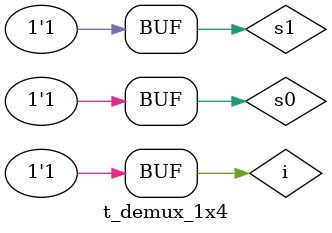
<source format=v>
module t_demux_1x4();
wire o0,o1,o2,o3;
reg s0,s1,i;

demux_1x4 m1(o0,o1,o2,o3,s0,s1,i);

initial begin
s1=0;s0=0;i=0;
#5 s1=0;s0=1;i=1;
#5 s1=1;s0=0;i=0;
#5 s1=1;s0=1;i=1;
end
endmodule


</source>
